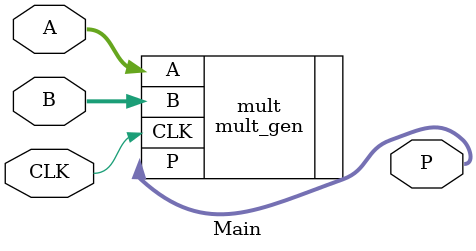
<source format=v>
`timescale 1ns / 1ps


module Main(input CLK, input [3:0] A, input [3:0] B, output [7:0] P );
mult_gen mult (
  .CLK(CLK),  // input wire CLK
  .A(A),      // input wire [3 : 0] A
  .B(B),      // input wire [3 : 0] B
  .P(P)      // output wire [7 : 0] P
);
endmodule

</source>
